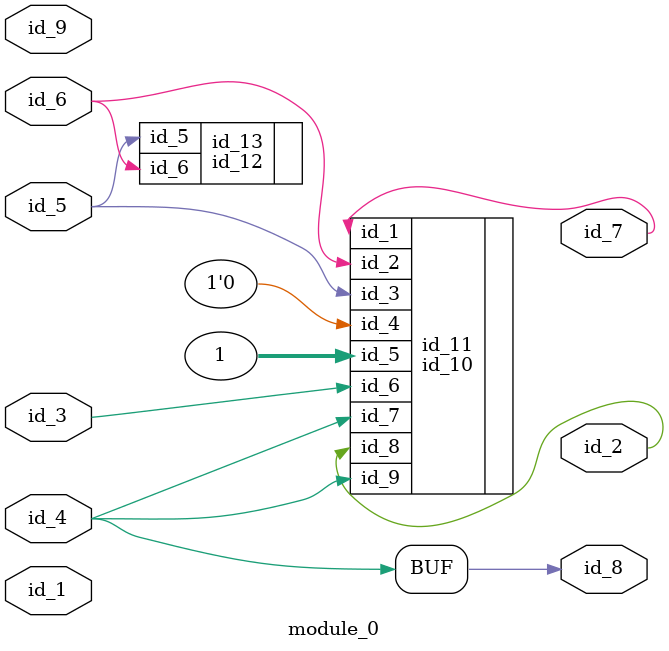
<source format=v>
module module_0 (
    id_1,
    id_2,
    id_3,
    id_4,
    id_5,
    id_6,
    id_7,
    id_8,
    id_9
);
  input id_9;
  output id_8;
  output id_7;
  input id_6;
  input id_5;
  input id_4;
  input id_3;
  output id_2;
  input id_1;
  assign id_8 = id_4;
  id_10 id_11 (
      .id_3(id_1),
      .id_7(id_4),
      .id_4(id_8),
      .id_4(id_9 & 1'd0),
      .id_2(id_3),
      .id_1(id_8),
      .id_8(id_7),
      .id_3(id_5),
      .id_1(id_8),
      .id_8(id_2),
      .id_1((id_3)),
      .id_7(id_4),
      .id_9(id_8),
      .id_1(id_7),
      .id_9(id_1),
      .id_6(id_3),
      .id_2(id_6),
      .id_5(1),
      .id_7(id_4),
      .id_9(id_4)
  );
  id_12 id_13 (
      .id_5(id_5),
      .id_6(id_6)
  );
endmodule

</source>
